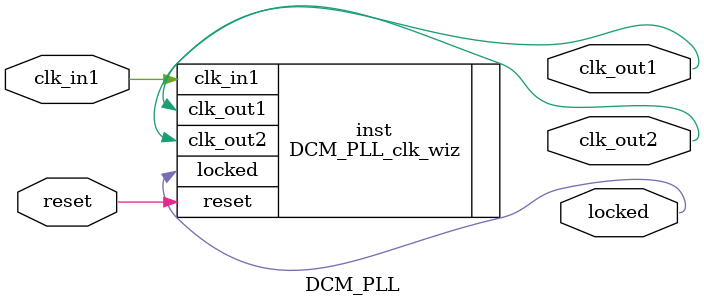
<source format=v>


`timescale 1ps/1ps

(* CORE_GENERATION_INFO = "DCM_PLL,clk_wiz_v5_4_3_0,{component_name=DCM_PLL,use_phase_alignment=true,use_min_o_jitter=false,use_max_i_jitter=false,use_dyn_phase_shift=false,use_inclk_switchover=false,use_dyn_reconfig=false,enable_axi=0,feedback_source=FDBK_AUTO,PRIMITIVE=PLL,num_out_clk=2,clkin1_period=10.000,clkin2_period=10.000,use_power_down=false,use_reset=true,use_locked=true,use_inclk_stopped=false,feedback_type=SINGLE,CLOCK_MGR_TYPE=NA,manual_override=false}" *)

module DCM_PLL 
 (
  // Clock out ports
  output        clk_out1,
  output        clk_out2,
  // Status and control signals
  input         reset,
  output        locked,
 // Clock in ports
  input         clk_in1
 );

  DCM_PLL_clk_wiz inst
  (
  // Clock out ports  
  .clk_out1(clk_out1),
  .clk_out2(clk_out2),
  // Status and control signals               
  .reset(reset), 
  .locked(locked),
 // Clock in ports
  .clk_in1(clk_in1)
  );

endmodule

</source>
